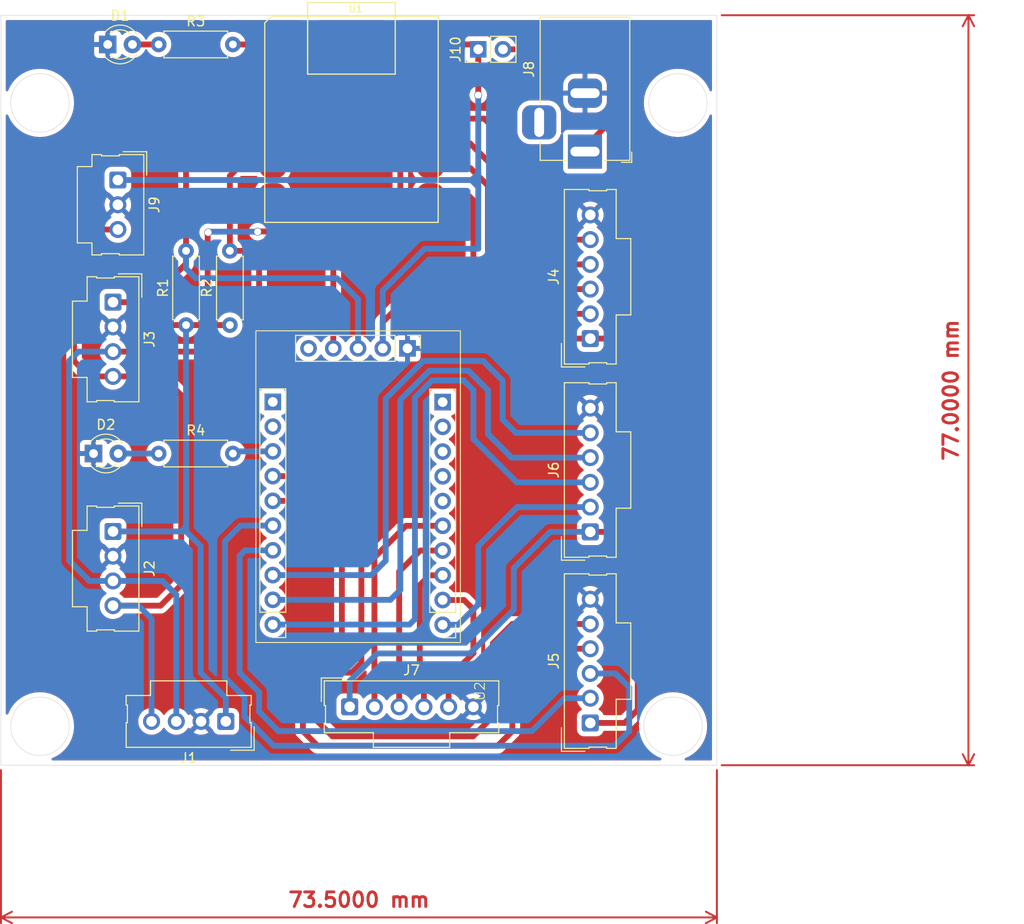
<source format=kicad_pcb>
(kicad_pcb (version 20240108) (generator "pcbnew") (generator_version "8.0")
  (layers (0 "F.Cu" signal) (31 "B.Cu" signal) (34 "B.Paste" user) (35 "F.Paste" user) (36 "B.SilkS" user "B.Silkscreen") (37 "F.SilkS" user "F.Silkscreen") (38 "B.Mask" user) (39 "F.Mask" user) (44 "Edge.Cuts" user))
  (net 0 "")
  (net 1 "Net-(D1-A)")
  (net 2 "GNDREF")
  (net 3 "Net-(D2-A)")
  (net 4 "I2C_SCL")
  (net 5 "I2C_SDA")
  (net 6 "+3V3")
  (net 7 "RELAY_1_IN4")
  (net 8 "RELAY_1_IN2")
  (net 9 "RELAY_1_IN1")
  (net 10 "RELAY_1_IN3")
  (net 11 "+5V")
  (net 12 "RELAY_2_IN1")
  (net 13 "RELAY_2_IN4")
  (net 14 "RELAY_2_IN3")
  (net 15 "RELAY_2_IN2")
  (net 16 "RELAY_3_IN1")
  (net 17 "RELAY_3_IN2")
  (net 18 "RELAY_3_IN4")
  (net 19 "RELAY_3_IN3")
  (net 20 "RELAY_4_IN1")
  (net 21 "RELAY_4_IN2")
  (net 22 "RELAY_4_IN3")
  (net 23 "RELAY_4_IN4")
  (net 24 "HUMIDIFIER_RELAY")
  (net 25 "DEBUG_LED")
  (net 26 "PCF_DEBUG_LED")
  (net 38 "Net-(J10-Pin_2)")
  (footprint "Connector_Molex:Molex_SL_171971-0004_1x04_P2.54mm_Vertical" (layer "F.Cu") (at 125.5 73 -90)
    (property "Reference" "J2" (at 3.81 -3.75 90) (layer "F.SilkS"))
    (property "Value" "I2C Conn 2")
    (pad "1" thru_hole roundrect (at 0 0 270) (size 1.74 1.74) (drill 1.09) (layers "*.Cu" "*.Mask") (roundrect_rratio 0.143678) (net 6 "+3V3"))
    (pad "2" thru_hole circle (at 2.54 0 270) (size 1.74 1.74) (drill 1.09) (layers "*.Cu" "*.Mask") (net 2 "GNDREF"))
    (pad "3" thru_hole circle (at 5.08 0 270) (size 1.74 1.74) (drill 1.09) (layers "*.Cu" "*.Mask") (net 4 "I2C_SCL"))
    (pad "4" thru_hole circle (at 7.62 0 270) (size 1.74 1.74) (drill 1.09) (layers "*.Cu" "*.Mask") (net 5 "I2C_SDA"))
  )
  (footprint "BSF-Lib:MOUDLE14P-SMD-2.54-21X17.8MM" (layer "F.Cu") (at 141.0825 41.11925)
    (property "Reference" "U1" (at 9.3345 -21.7805 0) (layer "F.SilkS") (effects (font (size 0.7 0.7))))
    (property "Value" "MOUDLE-SEEEDUINO-XIAO-ESP32S3")
    (pad "1" smd roundrect (at 0.835 -18.12) (size 2.75 2) (layers "F.Cu" "F.Paste" "F.Mask") (roundrect_rratio 0.5) (net 25 "DEBUG_LED"))
    (pad "2" smd roundrect (at 0.835 -15.58) (size 2.75 2) (layers "F.Cu" "F.Paste" "F.Mask") (roundrect_rratio 0.5) (net 24 "HUMIDIFIER_RELAY"))
    (pad "3" smd roundrect (at 0.835 -13.04) (size 2.75 2) (layers "F.Cu" "F.Paste" "F.Mask") (roundrect_rratio 0.5))
    (pad "4" smd roundrect (at 0.835 -10.5) (size 2.75 2) (layers "F.Cu" "F.Paste" "F.Mask") (roundrect_rratio 0.5))
    (pad "5" smd roundrect (at 0.835 -7.96) (size 2.75 2) (layers "F.Cu" "F.Paste" "F.Mask") (roundrect_rratio 0.5) (net 5 "I2C_SDA"))
    (pad "6" smd roundrect (at 0.835 -5.42) (size 2.75 2) (layers "F.Cu" "F.Paste" "F.Mask") (roundrect_rratio 0.5) (net 4 "I2C_SCL"))
    (pad "7" smd roundrect (at 0.835 -2.88) (size 2.75 2) (layers "F.Cu" "F.Paste" "F.Mask") (roundrect_rratio 0.5))
    (pad "8" smd roundrect (at 17 -2.88) (size 2.75 2) (layers "F.Cu" "F.Paste" "F.Mask") (roundrect_rratio 0.5) (net 7 "RELAY_1_IN4"))
    (pad "9" smd roundrect (at 17 -5.42) (size 2.75 2) (layers "F.Cu" "F.Paste" "F.Mask") (roundrect_rratio 0.5) (net 10 "RELAY_1_IN3"))
    (pad "10" smd roundrect (at 17 -7.96) (size 2.75 2) (layers "F.Cu" "F.Paste" "F.Mask") (roundrect_rratio 0.5) (net 8 "RELAY_1_IN2"))
    (pad "11" smd roundrect (at 17 -10.5) (size 2.75 2) (layers "F.Cu" "F.Paste" "F.Mask") (roundrect_rratio 0.5) (net 9 "RELAY_1_IN1"))
    (pad "12" smd roundrect (at 17 -13.04) (size 2.75 2) (layers "F.Cu" "F.Paste" "F.Mask") (roundrect_rratio 0.5) (net 6 "+3V3"))
    (pad "13" smd roundrect (at 17 -15.58) (size 2.75 2) (layers "F.Cu" "F.Paste" "F.Mask") (roundrect_rratio 0.5) (net 2 "GNDREF"))
    (pad "14" smd roundrect (at 17 -18.12) (size 2.75 2) (layers "F.Cu" "F.Paste" "F.Mask") (roundrect_rratio 0.5) (net 11 "+5V"))
    (zone (net 0) (net_name "") (layer "F.Cu") (connect_pads (clearance 0)) (min_thickness 0.01)
      (keepout (tracks not_allowed) (vias not_allowed) (pads not_allowed) (copperpour not_allowed) (footprints allowed))
      (fill (thermal_gap 0.508) (thermal_bridge_width 0.508))
      (polygon (pts (xy 144.067 27.58275) (xy 146.988 27.58275) (xy 146.988 31.48775) (xy 144.067 31.48775)))
    )
    (zone (net 0) (net_name "") (layer "F.Cu") (connect_pads (clearance 0)) (min_thickness 0.01)
      (keepout (tracks not_allowed) (vias not_allowed) (pads not_allowed) (copperpour not_allowed) (footprints allowed))
      (fill (thermal_gap 0.508) (thermal_bridge_width 0.508))
      (polygon (pts (xy 144.7655 20.03725) (xy 146.5435 20.03725) (xy 146.5435 22.70425) (xy 144.7655 22.70425)))
    )
    (zone (net 0) (net_name "") (layer "F.Cu") (connect_pads (clearance 0)) (min_thickness 0.01)
      (keepout (tracks not_allowed) (vias not_allowed) (pads not_allowed) (copperpour not_allowed) (footprints allowed))
      (fill (thermal_gap 0.508) (thermal_bridge_width 0.508))
      (polygon (pts (xy 144.7655 24.10125) (xy 146.5435 24.10125) (xy 146.5435 26.76825) (xy 144.7655 26.76825)))
    )
    (zone (net 0) (net_name "") (layer "F.Cu") (connect_pads (clearance 0)) (min_thickness 0.01)
      (keepout (tracks not_allowed) (vias not_allowed) (pads not_allowed) (copperpour not_allowed) (footprints allowed))
      (fill (thermal_gap 0.508) (thermal_bridge_width 0.508))
      (polygon (pts (xy 147.4325 20.79925) (xy 152.6395 20.79925) (xy 152.6395 30.95725) (xy 147.4325 30.95725)))
    )
    (zone (net 0) (net_name "") (layer "F.Cu") (connect_pads (clearance 0)) (min_thickness 0.01)
      (keepout (tracks not_allowed) (vias not_allowed) (pads not_allowed) (copperpour not_allowed) (footprints allowed))
      (fill (thermal_gap 0.508) (thermal_bridge_width 0.508))
      (polygon (pts (xy 149.0745 30.95925) (xy 153.1385 30.95925) (xy 153.1385 34.56925) (xy 149.0745 34.56925)))
    )
    (zone (net 0) (net_name "") (layer "F.Cu") (connect_pads (clearance 0)) (min_thickness 0.01)
      (keepout (tracks not_allowed) (vias not_allowed) (pads not_allowed) (copperpour not_allowed) (footprints allowed))
      (fill (thermal_gap 0.508) (thermal_bridge_width 0.508))
      (polygon (pts (xy 149.0745 30.95925) (xy 153.1385 30.95925) (xy 153.1385 34.56925) (xy 149.0745 34.56925)))
    )
    (zone (net 0) (net_name "") (layer "F.Cu") (connect_pads (clearance 0)) (min_thickness 0.01)
      (keepout (tracks not_allowed) (vias not_allowed) (pads not_allowed) (copperpour not_allowed) (footprints allowed))
      (fill (thermal_gap 0.508) (thermal_bridge_width 0.508))
      (polygon (pts (xy 153.4015 20.03725) (xy 155.1795 20.03725) (xy 155.1795 22.70425) (xy 153.4015 22.70425)))
    )
    (zone (net 0) (net_name "") (layer "F.Cu") (connect_pads (clearance 0)) (min_thickness 0.01)
      (keepout (tracks not_allowed) (vias not_allowed) (pads not_allowed) (copperpour not_allowed) (footprints allowed))
      (fill (thermal_gap 0.508) (thermal_bridge_width 0.508))
      (polygon (pts (xy 153.4015 24.10125) (xy 155.1795 24.10125) (xy 155.1795 26.76825) (xy 153.4015 26.76825)))
    )
  )
  (footprint "BSF-Lib:PCF8575_Module_ADA" (layer "F.Cu") (at 163.6675 89.4 90)
    (property "Reference" "U2" (at 0 -0.5 90) (layer "F.SilkS") (effects (font (thickness 0.1))))
    (property "Value" "~")
    (pad "1" thru_hole rect (at 29.7 -21.76 180) (size 1.7 1.7) (drill 1) (layers "*.Cu" "*.Mask"))
    (pad "2" thru_hole oval (at 27.16 -21.76 180) (size 1.7 1.7) (drill 1) (layers "*.Cu" "*.Mask"))
    (pad "3" thru_hole oval (at 24.62 -21.76 180) (size 1.7 1.7) (drill 1) (layers "*.Cu" "*.Mask") (net 26 "PCF_DEBUG_LED"))
    (pad "4" thru_hole oval (at 22.08 -21.76 180) (size 1.7 1.7) (drill 1) (layers "*.Cu" "*.Mask") (net 12 "RELAY_2_IN1"))
    (pad "5" thru_hole oval (at 19.54 -21.76 180) (size 1.7 1.7) (drill 1) (layers "*.Cu" "*.Mask") (net 15 "RELAY_2_IN2"))
    (pad "6" thru_hole oval (at 17 -21.76 180) (size 1.7 1.7) (drill 1) (layers "*.Cu" "*.Mask") (net 14 "RELAY_2_IN3"))
    (pad "7" thru_hole oval (at 14.46 -21.76 180) (size 1.7 1.7) (drill 1) (layers "*.Cu" "*.Mask") (net 13 "RELAY_2_IN4"))
    (pad "8" thru_hole oval (at 11.92 -21.76 180) (size 1.7 1.7) (drill 1) (layers "*.Cu" "*.Mask") (net 16 "RELAY_3_IN1"))
    (pad "9" thru_hole oval (at 9.38 -21.76 180) (size 1.7 1.7) (drill 1) (layers "*.Cu" "*.Mask") (net 17 "RELAY_3_IN2"))
    (pad "10" thru_hole circle (at 6.84 -21.76 180) (size 1.7 1.7) (drill 1) (layers "*.Cu" "*.Mask") (net 19 "RELAY_3_IN3"))
    (pad "11" thru_hole circle (at 6.82 -4.32 180) (size 1.7 1.7) (drill 1) (layers "*.Cu" "*.Mask") (net 18 "RELAY_3_IN4"))
    (pad "12" thru_hole oval (at 9.36 -4.32 180) (size 1.7 1.7) (drill 1) (layers "*.Cu" "*.Mask") (net 20 "RELAY_4_IN1"))
    (pad "13" thru_hole oval (at 11.9 -4.32 180) (size 1.7 1.7) (drill 1) (layers "*.Cu" "*.Mask") (net 21 "RELAY_4_IN2"))
    (pad "14" thru_hole oval (at 14.44 -4.32 180) (size 1.7 1.7) (drill 1) (layers "*.Cu" "*.Mask") (net 22 "RELAY_4_IN3"))
    (pad "15" thru_hole oval (at 16.98 -4.32 180) (size 1.7 1.7) (drill 1) (layers "*.Cu" "*.Mask") (net 23 "RELAY_4_IN4"))
    (pad "16" thru_hole oval (at 19.52 -4.32 180) (size 1.7 1.7) (drill 1) (layers "*.Cu" "*.Mask"))
    (pad "17" thru_hole oval (at 22.06 -4.32 180) (size 1.7 1.7) (drill 1) (layers "*.Cu" "*.Mask"))
    (pad "18" thru_hole oval (at 24.6 -4.32 180) (size 1.7 1.7) (drill 1) (layers "*.Cu" "*.Mask"))
    (pad "19" thru_hole oval (at 27.14 -4.32 180) (size 1.7 1.7) (drill 1) (layers "*.Cu" "*.Mask"))
    (pad "20" thru_hole rect (at 29.68 -4.32 180) (size 1.7 1.7) (drill 1) (layers "*.Cu" "*.Mask"))
    (pad "21" thru_hole rect (at 35.2 -7.93 270) (size 1.7 1.7) (drill 1) (layers "*.Cu" "*.Mask") (net 2 "GNDREF"))
    (pad "22" thru_hole oval (at 35.2 -10.47 270) (size 1.7 1.7) (drill 1) (layers "*.Cu" "*.Mask") (net 11 "+5V"))
    (pad "23" thru_hole oval (at 35.2 -13.01 270) (size 1.7 1.7) (drill 1) (layers "*.Cu" "*.Mask") (net 5 "I2C_SDA"))
    (pad "24" thru_hole oval (at 35.2 -15.55 270) (size 1.7 1.7) (drill 1) (layers "*.Cu" "*.Mask") (net 4 "I2C_SCL"))
    (pad "25" thru_hole oval (at 35.2 -18.09 270) (size 1.7 1.7) (drill 1) (layers "*.Cu" "*.Mask"))
  )
  (footprint "Connector_Molex:Molex_SL_171971-0006_1x06_P2.54mm_Vertical" (layer "F.Cu") (at 174.5 92.66 90)
    (property "Reference" "J5" (at 6.35 -3.75 90) (layer "F.SilkS"))
    (property "Value" "Relay 2")
    (pad "1" thru_hole roundrect (at 0 0 90) (size 1.74 1.74) (drill 1.09) (layers "*.Cu" "*.Mask") (roundrect_rratio 0.143678) (net 11 "+5V"))
    (pad "2" thru_hole circle (at 2.54 0 90) (size 1.74 1.74) (drill 1.09) (layers "*.Cu" "*.Mask") (net 13 "RELAY_2_IN4"))
    (pad "3" thru_hole circle (at 5.08 0 90) (size 1.74 1.74) (drill 1.09) (layers "*.Cu" "*.Mask") (net 14 "RELAY_2_IN3"))
    (pad "4" thru_hole circle (at 7.62 0 90) (size 1.74 1.74) (drill 1.09) (layers "*.Cu" "*.Mask") (net 15 "RELAY_2_IN2"))
    (pad "5" thru_hole circle (at 10.16 0 90) (size 1.74 1.74) (drill 1.09) (layers "*.Cu" "*.Mask") (net 12 "RELAY_2_IN1"))
    (pad "6" thru_hole circle (at 12.7 0 90) (size 1.74 1.74) (drill 1.09) (layers "*.Cu" "*.Mask") (net 2 "GNDREF"))
  )
  (footprint "LED_THT:LED_D3.0mm" (layer "F.Cu") (at 123.5 65)
    (property "Reference" "D2" (at 1.27 -2.96 0) (layer "F.SilkS"))
    (property "Value" "LED")
    (pad "1" thru_hole rect (at 0 0) (size 1.8 1.8) (drill 0.9) (layers "*.Cu" "*.Mask") (net 2 "GNDREF"))
    (pad "2" thru_hole circle (at 2.54 0) (size 1.8 1.8) (drill 0.9) (layers "*.Cu" "*.Mask") (net 3 "Net-(D2-A)"))
  )
  (footprint "Connector_Molex:Molex_SL_171971-0006_1x06_P2.54mm_Vertical" (layer "F.Cu") (at 174.5 53.2 90)
    (property "Reference" "J4" (at 6.35 -3.75 90) (layer "F.SilkS"))
    (property "Value" "Relay 1")
    (pad "1" thru_hole roundrect (at 0 0 90) (size 1.74 1.74) (drill 1.09) (layers "*.Cu" "*.Mask") (roundrect_rratio 0.143678) (net 11 "+5V"))
    (pad "2" thru_hole circle (at 2.54 0 90) (size 1.74 1.74) (drill 1.09) (layers "*.Cu" "*.Mask") (net 7 "RELAY_1_IN4"))
    (pad "3" thru_hole circle (at 5.08 0 90) (size 1.74 1.74) (drill 1.09) (layers "*.Cu" "*.Mask") (net 10 "RELAY_1_IN3"))
    (pad "4" thru_hole circle (at 7.62 0 90) (size 1.74 1.74) (drill 1.09) (layers "*.Cu" "*.Mask") (net 8 "RELAY_1_IN2"))
    (pad "5" thru_hole circle (at 10.16 0 90) (size 1.74 1.74) (drill 1.09) (layers "*.Cu" "*.Mask") (net 9 "RELAY_1_IN1"))
    (pad "6" thru_hole circle (at 12.7 0 90) (size 1.74 1.74) (drill 1.09) (layers "*.Cu" "*.Mask") (net 2 "GNDREF"))
  )
  (footprint "Connector_Molex:Molex_SL_171971-0004_1x04_P2.54mm_Vertical" (layer "F.Cu") (at 137.08 92.5 180)
    (property "Reference" "J1" (at 3.81 -3.75 360) (layer "F.SilkS"))
    (property "Value" "I2C Conn 1")
    (pad "1" thru_hole roundrect (at 0 0 180) (size 1.74 1.74) (drill 1.09) (layers "*.Cu" "*.Mask") (roundrect_rratio 0.143678) (net 6 "+3V3"))
    (pad "2" thru_hole circle (at 2.54 0 180) (size 1.74 1.74) (drill 1.09) (layers "*.Cu" "*.Mask") (net 2 "GNDREF"))
    (pad "3" thru_hole circle (at 5.08 0 180) (size 1.74 1.74) (drill 1.09) (layers "*.Cu" "*.Mask") (net 4 "I2C_SCL"))
    (pad "4" thru_hole circle (at 7.62 0 180) (size 1.74 1.74) (drill 1.09) (layers "*.Cu" "*.Mask") (net 5 "I2C_SDA"))
  )
  (footprint "Connector_PinHeader_2.54mm:PinHeader_1x02_P2.54mm_Vertical" (layer "F.Cu") (at 163 23.5 90)
    (property "Reference" "J10" (at 0 -2.33 90) (layer "F.SilkS"))
    (property "Value" "Switch")
    (pad "1" thru_hole rect (at 0 0 90) (size 1.7 1.7) (drill 1) (layers "*.Cu" "*.Mask") (net 11 "+5V"))
    (pad "2" thru_hole oval (at 0 2.54 90) (size 1.7 1.7) (drill 1) (layers "*.Cu" "*.Mask") (net 38 "Net-(J10-Pin_2)"))
  )
  (footprint "Connector_Molex:Molex_SL_171971-0004_1x04_P2.54mm_Vertical" (layer "F.Cu") (at 125.5 49.46 -90)
    (property "Reference" "J3" (at 3.81 -3.75 90) (layer "F.SilkS"))
    (property "Value" "I2C Conn 3")
    (pad "1" thru_hole roundrect (at 0 0 270) (size 1.74 1.74) (drill 1.09) (layers "*.Cu" "*.Mask") (roundrect_rratio 0.143678) (net 6 "+3V3"))
    (pad "2" thru_hole circle (at 2.54 0 270) (size 1.74 1.74) (drill 1.09) (layers "*.Cu" "*.Mask") (net 2 "GNDREF"))
    (pad "3" thru_hole circle (at 5.08 0 270) (size 1.74 1.74) (drill 1.09) (layers "*.Cu" "*.Mask") (net 4 "I2C_SCL"))
    (pad "4" thru_hole circle (at 7.62 0 270) (size 1.74 1.74) (drill 1.09) (layers "*.Cu" "*.Mask") (net 5 "I2C_SDA"))
  )
  (footprint "Resistor_THT:R_Axial_DIN0207_L6.3mm_D2.5mm_P7.62mm_Horizontal" (layer "F.Cu") (at 133 51.81 90)
    (property "Reference" "R1" (at 3.81 -2.37 90) (layer "F.SilkS"))
    (property "Value" "4.7K")
    (pad "1" thru_hole circle (at 0 0 90) (size 1.6 1.6) (drill 0.8) (layers "*.Cu" "*.Mask") (net 6 "+3V3"))
    (pad "2" thru_hole oval (at 7.62 0 90) (size 1.6 1.6) (drill 0.8) (layers "*.Cu" "*.Mask") (net 5 "I2C_SDA"))
  )
  (footprint "Connector_Molex:Molex_SL_171971-0006_1x06_P2.54mm_Vertical" (layer "F.Cu") (at 174.5 73.04 90)
    (property "Reference" "J6" (at 6.35 -3.75 90) (layer "F.SilkS"))
    (property "Value" "Relay 3")
    (pad "1" thru_hole roundrect (at 0 0 90) (size 1.74 1.74) (drill 1.09) (layers "*.Cu" "*.Mask") (roundrect_rratio 0.143678) (net 11 "+5V"))
    (pad "2" thru_hole circle (at 2.54 0 90) (size 1.74 1.74) (drill 1.09) (layers "*.Cu" "*.Mask") (net 18 "RELAY_3_IN4"))
    (pad "3" thru_hole circle (at 5.08 0 90) (size 1.74 1.74) (drill 1.09) (layers "*.Cu" "*.Mask") (net 19 "RELAY_3_IN3"))
    (pad "4" thru_hole circle (at 7.62 0 90) (size 1.74 1.74) (drill 1.09) (layers "*.Cu" "*.Mask") (net 17 "RELAY_3_IN2"))
    (pad "5" thru_hole circle (at 10.16 0 90) (size 1.74 1.74) (drill 1.09) (layers "*.Cu" "*.Mask") (net 16 "RELAY_3_IN1"))
    (pad "6" thru_hole circle (at 12.7 0 90) (size 1.74 1.74) (drill 1.09) (layers "*.Cu" "*.Mask") (net 2 "GNDREF"))
  )
  (footprint "Resistor_THT:R_Axial_DIN0207_L6.3mm_D2.5mm_P7.62mm_Horizontal" (layer "F.Cu") (at 130.19 65)
    (property "Reference" "R4" (at 3.81 -2.37 0) (layer "F.SilkS"))
    (property "Value" "4.7K")
    (pad "1" thru_hole circle (at 0 0) (size 1.6 1.6) (drill 0.8) (layers "*.Cu" "*.Mask") (net 3 "Net-(D2-A)"))
    (pad "2" thru_hole oval (at 7.62 0) (size 1.6 1.6) (drill 0.8) (layers "*.Cu" "*.Mask") (net 26 "PCF_DEBUG_LED"))
  )
  (footprint "Connector_Molex:Molex_SL_171971-0003_1x03_P2.54mm_Vertical" (layer "F.Cu") (at 126 36.92 -90)
    (property "Reference" "J9" (at 2.54 -3.75 90) (layer "F.SilkS"))
    (property "Value" "Humidifire Control")
    (pad "1" thru_hole roundrect (at 0 0 270) (size 1.74 1.74) (drill 1.09) (layers "*.Cu" "*.Mask") (roundrect_rratio 0.143678) (net 11 "+5V"))
    (pad "2" thru_hole circle (at 2.54 0 270) (size 1.74 1.74) (drill 1.09) (layers "*.Cu" "*.Mask") (net 2 "GNDREF"))
    (pad "3" thru_hole circle (at 5.08 0 270) (size 1.74 1.74) (drill 1.09) (layers "*.Cu" "*.Mask") (net 24 "HUMIDIFIER_RELAY"))
  )
  (footprint "Resistor_THT:R_Axial_DIN0207_L6.3mm_D2.5mm_P7.62mm_Horizontal" (layer "F.Cu") (at 137.5 51.81 90)
    (property "Reference" "R2" (at 3.81 -2.37 90) (layer "F.SilkS"))
    (property "Value" "4.7K")
    (pad "1" thru_hole circle (at 0 0 90) (size 1.6 1.6) (drill 0.8) (layers "*.Cu" "*.Mask") (net 6 "+3V3"))
    (pad "2" thru_hole oval (at 7.62 0 90) (size 1.6 1.6) (drill 0.8) (layers "*.Cu" "*.Mask") (net 4 "I2C_SCL"))
  )
  (footprint "LED_THT:LED_D3.0mm" (layer "F.Cu") (at 124.96 23)
    (property "Reference" "D1" (at 1.27 -2.96 0) (layer "F.SilkS"))
    (property "Value" "LED")
    (pad "1" thru_hole rect (at 0 0) (size 1.8 1.8) (drill 0.9) (layers "*.Cu" "*.Mask") (net 2 "GNDREF"))
    (pad "2" thru_hole circle (at 2.54 0) (size 1.8 1.8) (drill 0.9) (layers "*.Cu" "*.Mask") (net 1 "Net-(D1-A)"))
  )
  (footprint "Resistor_THT:R_Axial_DIN0207_L6.3mm_D2.5mm_P7.62mm_Horizontal" (layer "F.Cu") (at 130.19 23)
    (property "Reference" "R3" (at 3.81 -2.37 0) (layer "F.SilkS"))
    (property "Value" "4.7K")
    (pad "1" thru_hole circle (at 0 0) (size 1.6 1.6) (drill 0.8) (layers "*.Cu" "*.Mask") (net 1 "Net-(D1-A)"))
    (pad "2" thru_hole oval (at 7.62 0) (size 1.6 1.6) (drill 0.8) (layers "*.Cu" "*.Mask") (net 25 "DEBUG_LED"))
  )
  (footprint "Connector_Molex:Molex_SL_171971-0006_1x06_P2.54mm_Vertical" (layer "F.Cu") (at 149.8 91)
    (property "Reference" "J7" (at 6.35 -3.75 360) (layer "F.SilkS"))
    (property "Value" "Relay 4")
    (pad "1" thru_hole roundrect (at 0 0) (size 1.74 1.74) (drill 1.09) (layers "*.Cu" "*.Mask") (roundrect_rratio 0.143678) (net 11 "+5V"))
    (pad "2" thru_hole circle (at 2.54 0) (size 1.74 1.74) (drill 1.09) (layers "*.Cu" "*.Mask") (net 23 "RELAY_4_IN4"))
    (pad "3" thru_hole circle (at 5.08 0) (size 1.74 1.74) (drill 1.09) (layers "*.Cu" "*.Mask") (net 22 "RELAY_4_IN3"))
    (pad "4" thru_hole circle (at 7.62 0) (size 1.74 1.74) (drill 1.09) (layers "*.Cu" "*.Mask") (net 21 "RELAY_4_IN2"))
    (pad "5" thru_hole circle (at 10.16 0) (size 1.74 1.74) (drill 1.09) (layers "*.Cu" "*.Mask") (net 20 "RELAY_4_IN1"))
    (pad "6" thru_hole circle (at 12.7 0) (size 1.74 1.74) (drill 1.09) (layers "*.Cu" "*.Mask") (net 2 "GNDREF"))
  )
  (footprint "Connector_BarrelJack:BarrelJack_Horizontal" (layer "F.Cu") (at 173.9575 34 -90)
    (property "Reference" "J8" (at -8.45 5.75 90) (layer "F.SilkS"))
    (property "Value" "Barrel_Jack_MountingPin")
    (pad "1" thru_hole rect (at 0 0 270) (size 3.5 3.5) (drill oval 1 3) (layers "*.Cu" "*.Mask") (net 38 "Net-(J10-Pin_2)"))
    (pad "2" thru_hole roundrect (at -6 0 270) (size 3 3.5) (drill oval 1 3) (layers "*.Cu" "*.Mask") (net 2 "GNDREF"))
    (pad "3" thru_hole roundrect (at -3 4.7 270) (size 3.5 3.5) (drill oval 3 1) (layers "*.Cu" "*.Mask"))
  )
  (gr_circle (center 183 93) (end 186 93) (stroke (width 0.05)) (fill none) (layer "Edge.Cuts"))
  (gr_circle (center 183.5 29) (end 186.5 29) (stroke (width 0.05)) (fill none) (layer "Edge.Cuts"))
  (gr_rect (start 114 20) (end 187.5 97) (stroke (width 0.05)) (fill none) (layer "Edge.Cuts"))
  (gr_circle (center 118 29) (end 121 29) (stroke (width 0.05)) (fill none) (layer "Edge.Cuts"))
  (gr_circle (center 118 93) (end 121 93) (stroke (width 0.05)) (fill none) (layer "Edge.Cuts"))
  (dimension (type aligned) (layer "F.Cu") (pts (xy 187.5 20) (xy 187.5 97)) (height -25.825) (gr_text "77.0000 mm" (at 211.525 58.5 90) (layer "F.Cu") (effects (font (size 1.5 1.5) (thickness 0.3)))) (format (prefix "") (suffix "") (units 3) (units_format 1) (precision 4)) (style (thickness 0.2) (arrow_length 1.27) (text_position_mode 0) (extension_height 0.58642) (extension_offset 0.5) keep_text_aligned))
  (dimension (type aligned) (layer "F.Cu") (pts (xy 187.5 97) (xy 114 97)) (height -15.625) (gr_text "73.5000 mm" (at 150.75 110.825 0) (layer "F.Cu") (effects (font (size 1.5 1.5) (thickness 0.3)))) (format (prefix "") (suffix "") (units 3) (units_format 1) (precision 4)) (style (thickness 0.2) (arrow_length 1.27) (text_position_mode 0) (extension_height 0.58642) (extension_offset 0.5) keep_text_aligned))
  (segment (start 130.19 23) (end 127.5 23) (width 0.6) (layer "F.Cu") (net 1))
  (segment (start 130.19 65) (end 126.04 65) (width 0.6) (layer "B.Cu") (net 3))
  (segment (start 147.69 44.19) (end 141 44.19) (width 0.6) (layer "F.Cu") (net 4))
  (segment (start 139.19 44.19) (end 137.5 44.19) (width 0.6) (layer "F.Cu") (net 4))
  (segment (start 140 44.19) (end 139.19 44.19) (width 0.6) (layer "F.Cu") (net 4))
  (segment (start 140.5 53.5) (end 140.5 45.5) (width 0.6) (layer "F.Cu") (net 4))
  (segment (start 137.5 44.19) (end 137.5 36.5) (width 0.6) (layer "F.Cu") (net 4))
  (segment (start 140.5 44.69) (end 140 44.19) (width 0.6) (layer "F.Cu") (net 4))
  (segment (start 125.5 54.54) (end 139.46 54.54) (width 0.6) (layer "F.Cu") (net 4))
  (segment (start 148.1175 54.2) (end 148.1175 44.6175) (width 0.6) (layer "F.Cu") (net 4))
  (segment (start 139.46 54.54) (end 140.5 53.5) (width 0.6) (layer "F.Cu") (net 4))
  (segment (start 141.9175 35.69925) (end 138.30075 35.69925) (width 0.6) (layer "F.Cu") (net 4))
  (segment (start 138.30075 35.69925) (end 137.5 36.5) (width 0.6) (layer "F.Cu") (net 4))
  (segment (start 148.1175 44.6175) (end 147.69 44.19) (width 0.6) (layer "F.Cu") (net 4))
  (segment (start 140.5 45.5) (end 140.5 44.69) (width 0.6) (layer "F.Cu") (net 4))
  (segment (start 141 44.19) (end 140 44.19) (width 0.6) (layer "F.Cu") (net 4))
  (segment (start 140.5 44.69) (end 141 44.19) (width 0.6) (layer "F.Cu") (net 4))
  (segment (start 125.5 54.54) (end 121.96 54.54) (width 0.6) (layer "B.Cu") (net 4))
  (segment (start 130.58 78.08) (end 132 79.5) (width 0.6) (layer "B.Cu") (net 4))
  (segment (start 121 55.5) (end 121 76) (width 0.6) (layer "B.Cu") (net 4))
  (segment (start 121 76) (end 123.08 78.08) (width 0.6) (layer "B.Cu") (net 4))
  (segment (start 123.08 78.08) (end 125.5 78.08) (width 0.6) (layer "B.Cu") (net 4))
  (segment (start 125.5 78.08) (end 130.58 78.08) (width 0.6) (layer "B.Cu") (net 4))
  (segment (start 121.96 54.54) (end 121 55.5) (width 0.6) (layer "B.Cu") (net 4))
  (segment (start 132 79.5) (end 132 92.5) (width 0.6) (layer "B.Cu") (net 4))
  (segment (start 121.5 55.5) (end 123.08 57.08) (width 0.6) (layer "F.Cu") (net 5))
  (segment (start 132 46.5) (end 124 46.5) (width 0.6) (layer "F.Cu") (net 5))
  (segment (start 124 46.5) (end 121.5 49) (width 0.6) (layer "F.Cu") (net 5))
  (segment (start 130.58 57.08) (end 125.5 57.08) (width 0.6) (layer "F.Cu") (net 5))
  (segment (start 133 35) (end 133 44.19) (width 0.6) (layer "F.Cu") (net 5))
  (segment (start 133 45.5) (end 132 46.5) (width 0.6) (layer "F.Cu") (net 5))
  (segment (start 123.08 57.08) (end 125.5 57.08) (width 0.6) (layer "F.Cu") (net 5))
  (segment (start 130.38 80.62) (end 132.5 78.5) (width 0.6) (layer "F.Cu") (net 5))
  (segment (start 133 44.19) (end 133 45.5) (width 0.6) (layer "F.Cu") (net 5))
  (segment (start 121.5 49) (end 121.5 55.5) (width 0.6) (layer "F.Cu") (net 5))
  (segment (start 125.5 80.62) (end 130.38 80.62) (width 0.6) (layer "F.Cu") (net 5))
  (segment (start 141.9175 33.15925) (end 134.84075 33.15925) (width 0.6) (layer "F.Cu") (net 5))
  (segment (start 132.5 78.5) (end 132.5 59) (width 0.6) (layer "F.Cu") (net 5))
  (segment (start 134.84075 33.15925) (end 133 35) (width 0.6) (layer "F.Cu") (net 5))
  (segment (start 132.5 59) (end 130.58 57.08) (width 0.6) (layer "F.Cu") (net 5))
  (segment (start 150.6575 49.1575) (end 148.5 47) (width 0.6) (layer "B.Cu") (net 5))
  (segment (start 133 46) (end 133 44.19) (width 0.6) (layer "B.Cu") (net 5))
  (segment (start 129.46 81.96) (end 129.46 92.5) (width 0.6) (layer "B.Cu") (net 5))
  (segment (start 128.12 80.62) (end 129.46 81.96) (width 0.6) (layer "B.Cu") (net 5))
  (segment (start 150.6575 54.2) (end 150.6575 49.1575) (width 0.6) (layer "B.Cu") (net 5))
  (segment (start 125.5 80.62) (end 128.12 80.62) (width 0.6) (layer "B.Cu") (net 5))
  (segment (start 148.5 47) (end 134 47) (width 0.6) (layer "B.Cu") (net 5))
  (segment (start 134 47) (end 133 46) (width 0.6) (layer "B.Cu") (net 5))
  (segment (start 135.325 51.81) (end 137.5 51.81) (width 0.6) (layer "F.Cu") (net 6))
  (segment (start 133 51.81) (end 135.325 51.81) (width 0.6) (layer "F.Cu") (net 6))
  (segment (start 156.42075 28.07925) (end 158.0825 28.07925) (width 0.6) (layer "F.Cu") (net 6))
  (segment (start 135.275 42.3) (end 135.225 42.35) (width 0.6) (layer "F.Cu") (net 6))
  (segment (start 131.31 51.81) (end 133 51.81) (width 0.6) (layer "F.Cu") (net 6))
  (segment (start 125.5 49.46) (end 128.96 49.46) (width 0.6) (layer "F.Cu") (net 6))
  (segment (start 153.8 42.2) (end 155 41) (width 0.6) (layer "F.Cu") (net 6))
  (segment (start 135.225 42.35) (end 135.225 51.71) (width 0.6) (layer "F.Cu") (net 6))
  (segment (start 155 41) (end 155 29.5) (width 0.6) (layer "F.Cu") (net 6))
  (segment (start 128.96 49.46) (end 131.31 51.81) (width 0.6) (layer "F.Cu") (net 6))
  (segment (start 140.375 42.2) (end 153.8 42.2) (width 0.6) (layer "F.Cu") (net 6))
  (segment (start 155 29.5) (end 156.42075 28.07925) (width 0.6) (layer "F.Cu") (net 6))
  (segment (start 140.35 42.225) (end 140.375 42.2) (width 0.6) (layer "F.Cu") (net 6))
  (segment (start 135.225 51.71) (end 135.325 51.81) (width 0.6) (layer "F.Cu") (net 6))
  (via (at 135.275 42.3) (size 0.8) (drill 0.7) (layers "F.Cu" "B.Cu") (net 6))
  (via (at 140.35 42.225) (size 0.8) (drill 0.7) (layers "F.Cu" "B.Cu") (net 6))
  (segment (start 135.35 42.225) (end 140.35 42.225) (width 0.6) (layer "B.Cu") (net 6))
  (segment (start 125.5 73) (end 132.5 73) (width 0.6) (layer "B.Cu") (net 6))
  (segment (start 137.08 90.08) (end 137.08 92.5) (width 0.6) (layer "B.Cu") (net 6))
  (segment (start 134.5 74.5) (end 134.5 87.5) (width 0.6) (layer "B.Cu") (net 6))
  (segment (start 134.5 87.5) (end 137.08 90.08) (width 0.6) (layer "B.Cu") (net 6))
  (segment (start 133 72.5) (end 133 73) (width 0.6) (layer "B.Cu") (net 6))
  (segment (start 133 73) (end 134.5 74.5) (width 0.6) (layer "B.Cu") (net 6))
  (segment (start 133 51.81) (end 133 72.5) (width 0.6) (layer "B.Cu") (net 6))
  (segment (start 132.5 73) (end 133 73) (width 0.6) (layer "B.Cu") (net 6))
  (segment (start 132.5 73) (end 133 72.5) (width 0.6) (layer "B.Cu") (net 6))
  (segment (start 135.275 42.3) (end 135.35 42.225) (width 0.6) (layer "B.Cu") (net 6))
  (segment (start 168.16 50.66) (end 174.5 50.66) (width 0.6) (layer "F.Cu") (net 7))
  (segment (start 158.0825 38.23925) (end 161.73925 38.23925) (width 0.6) (layer "F.Cu") (net 7))
  (segment (start 162.5 45) (end 168.16 50.66) (width 0.6) (layer "F.Cu") (net 7))
  (segment (start 161.73925 38.23925) (end 162.5 39) (width 0.6) (layer "F.Cu") (net 7))
  (segment (start 162.5 39) (end 162.5 45) (width 0.6) (layer "F.Cu") (net 7))
  (segment (start 167.5 45.58) (end 174.5 45.58) (width 0.6) (layer "F.Cu") (net 8))
  (segment (start 165.5 43.58) (end 167.5 45.58) (width 0.6) (layer "F.Cu") (net 8))
  (segment (start 158.0825 33.15925) (end 162.15925 33.15925) (width 0.6) (layer "F.Cu") (net 8))
  (segment (start 162.15925 33.15925) (end 165.5 36.5) (width 0.6) (layer "F.Cu") (net 8))
  (segment (start 165.5 36.5) (end 165.5 43.58) (width 0.6) (layer "F.Cu") (net 8))
  (segment (start 163.61925 30.61925) (end 167 34) (width 0.6) (layer "F.Cu") (net 9))
  (segment (start 158.0825 30.61925) (end 163.61925 30.61925) (width 0.6) (layer "F.Cu") (net 9))
  (segment (start 168.54 43.04) (end 174.5 43.04) (width 0.6) (layer "F.Cu") (net 9))
  (segment (start 167 34) (end 167 41.5) (width 0.6) (layer "F.Cu") (net 9))
  (segment (start 167 41.5) (end 168.54 43.04) (width 0.6) (layer "F.Cu") (net 9))
  (segment (start 158.0825 35.69925) (end 162.19925 35.69925) (width 0.6) (layer "F.Cu") (net 10))
  (segment (start 164 44.5) (end 167.62 48.12) (width 0.6) (layer "F.Cu") (net 10))
  (segment (start 167.62 48.12) (end 174.5 48.12) (width 0.6) (layer "F.Cu") (net 10))
  (segment (start 164 37.5) (end 164 44.5) (width 0.6) (layer "F.Cu") (net 10))
  (segment (start 162.19925 35.69925) (end 164 37.5) (width 0.6) (layer "F.Cu") (net 10))
  (segment (start 158.7 49.625) (end 155.075 49.625) (width 0.6) (layer "F.Cu") (net 11))
  (segment (start 162.275 53.2) (end 158.7 49.625) (width 0.6) (layer "F.Cu") (net 11))
  (segment (start 177.4 73.04) (end 178.625 73.04) (width 0.6) (layer "F.Cu") (net 11))
  (segment (start 179.375 91.3) (end 179.375 73.575) (width 0.6) (layer "F.Cu") (net 11))
  (segment (start 174.5 53.2) (end 162.275 53.2) (width 0.6) (layer "F.Cu") (net 11))
  (segment (start 178.625 73.04) (end 178.885 73.04) (width 0.6) (layer "F.Cu") (net 11))
  (segment (start 162.49925 22.99925) (end 163 23.5) (width 0.6) (layer "F.Cu") (net 11))
  (segment (start 178.25 53.2) (end 174.5 53.2) (width 0.6) (layer "F.Cu") (net 11))
  (segment (start 174.5 92.66) (end 178.015 92.66) (width 0.6) (layer "F.Cu") (net 11))
  (segment (start 178.885 73.04) (end 179.375 72.55) (width 0.6) (layer "F.Cu") (net 11))
  (segment (start 174.5 73.04) (end 177.4 73.04) (width 0.6) (layer "F.Cu") (net 11))
  (segment (start 178.885 73.085) (end 179.375 73.575) (width 0.6) (layer "F.Cu") (net 11))
  (segment (start 179.375 54.325) (end 178.25 53.2) (width 0.6) (layer "F.Cu") (net 11))
  (segment (start 179.375 72.9) (end 179.375 72.55) (width 0.6) (layer "F.Cu") (net 11))
  (segment (start 178.885 73.04) (end 178.885 73.085) (width 0.6) (layer "F.Cu") (net 11))
  (segment (start 163 23.5) (end 163 28.2) (width 0.6) (layer "F.Cu") (net 11))
  (segment (start 179.375 73.575) (end 179.375 72.9) (width 0.6) (layer "F.Cu") (net 11))
  (segment (start 158.0825 22.99925) (end 162.49925 22.99925) (width 0.6) (layer "F.Cu") (net 11))
  (segment (start 178.015 92.66) (end 179.375 91.3) (width 0.6) (layer "F.Cu") (net 11))
  (segment (start 179.235 73.04) (end 179.375 72.9) (width 0.6) (layer "F.Cu") (net 11))
  (segment (start 179.375 72.55) (end 179.375 54.325) (width 0.6) (layer "F.Cu") (net 11))
  (segment (start 178.625 73.04) (end 179.235 73.04) (width 0.6) (layer "F.Cu") (net 11))
  (segment (start 177.4 73.04) (end 177.96 73.04) (width 0.6) (layer "F.Cu") (net 11))
  (segment (start 153.1975 51.5025) (end 153.1975 54.2) (width 0.6) (layer "F.Cu") (net 11))
  (segment (start 155.075 49.625) (end 153.1975 51.5025) (width 0.6) (layer "F.Cu") (net 11))
  (via (at 163 28.2) (size 0.8) (drill 0.7) (layers "F.Cu" "B.Cu") (net 11))
  (segment (start 162.88 36.92) (end 163 36.8) (width 0.6) (layer "B.Cu") (net 11))
  (segment (start 163 37.625) (end 163 36.8) (width 0.6) (layer "B.Cu") (net 11))
  (segment (start 162.33 36.92) (end 163 36.25) (width 0.6) (layer "B.Cu") (net 11))
  (segment (start 126 36.92) (end 162.2 36.92) (width 0.6) (layer "B.Cu") (net 11))
  (segment (start 163 43.975) (end 163 37.625) (width 0.6) (layer "B.Cu") (net 11))
  (segment (start 163 36.8) (end 163 36.25) (width 0.6) (layer "B.Cu") (net 11))
  (segment (start 162.295 36.92) (end 162.33 36.92) (width 0.6) (layer "B.Cu") (net 11))
  (segment (start 174.5 73.04) (end 170.385 73.04) (width 0.6) (layer "B.Cu") (net 11))
  (segment (start 166.65 81.025) (end 162.15 85.525) (width 0.6) (layer "B.Cu") (net 11))
  (segment (start 162.15 85.525) (end 152.625 85.525) (width 0.6) (layer "B.Cu") (net 11))
  (segment (start 153.1975 54.2) (end 153.1975 48.2725) (width 0.6) (layer "B.Cu") (net 11))
  (segment (start 166.65 76.775) (end 166.65 81.025) (width 0.6) (layer "B.Cu") (net 11))
  (segment (start 149.8 88.35) (end 149.8 91) (width 0.6) (layer "B.Cu") (net 11))
  (segment (start 162.2 36.92) (end 162.295 36.92) (width 0.6) (layer "B.Cu") (net 11))
  (segment (start 152.625 85.525) (end 149.8 88.35) (width 0.6) (layer "B.Cu") (net 11))
  (segment (start 163 36.25) (end 163 28.2) (width 0.6) (layer "B.Cu") (net 11))
  (segment (start 162.2 36.92) (end 162.88 36.92) (width 0.6) (layer "B.Cu") (net 11))
  (segment (start 153.1975 48.2725) (end 157.495 43.975) (width 0.6) (layer "B.Cu") (net 11))
  (segment (start 162.295 36.92) (end 163 37.625) (width 0.6) (layer "B.Cu") (net 11))
  (segment (start 157.495 43.975) (end 163 43.975) (width 0.6) (layer "B.Cu") (net 11))
  (segment (start 170.385 73.04) (end 166.65 76.775) (width 0.6) (layer "B.Cu") (net 11))
  (segment (start 162.47 94.03) (end 148.03 94.03) (width 0.6) (layer "F.Cu") (net 12))
  (segment (start 147.82 67.32) (end 141.9075 67.32) (width 0.6) (layer "F.Cu") (net 12))
  (segment (start 166.5 82.5) (end 164.5 84.5) (width 0.6) (layer "F.Cu") (net 12))
  (segment (start 147.5 87.5) (end 150 87.5) (width 0.6) (layer "F.Cu") (net 12))
  (segment (start 174.5 82.5) (end 166.5 82.5) (width 0.6) (layer "F.Cu") (net 12))
  (segment (start 150 87.5) (end 151 86.5) (width 0.6) (layer "F.Cu") (net 12))
  (segment (start 148.03 94.03) (end 146.5 92.5) (width 0.6) (layer "F.Cu") (net 12))
  (segment (start 146.5 88.5) (end 147.5 87.5) (width 0.6) (layer "F.Cu") (net 12))
  (segment (start 151 70.5) (end 147.82 67.32) (width 0.6) (layer "F.Cu") (net 12))
  (segment (start 146.5 92.5) (end 146.5 88.5) (width 0.6) (layer "F.Cu") (net 12))
  (segment (start 164.5 84.5) (end 164.5 92) (width 0.6) (layer "F.Cu") (net 12))
  (segment (start 151 86.5) (end 151 70.5) (width 0.6) (layer "F.Cu") (net 12))
  (segment (start 164.5 92) (end 162.47 94.03) (width 0.6) (layer "F.Cu") (net 12))
  (segment (start 141.9075 74.94) (end 139.06 74.94) (width 0.6) (layer "B.Cu") (net 13))
  (segment (start 171.88 90.12) (end 174.5 90.12) (width 0.6) (layer "B.Cu") (net 13))
  (segment (start 139.06 74.94) (end 138.5 75.5) (width 0.6) (layer "B.Cu") (net 13))
  (segment (start 138.5 75.5) (end 138.5 87.5) (width 0.6) (layer "B.Cu") (net 13))
  (segment (start 168.5 93.5) (end 171.88 90.12) (width 0.6) (layer "B.Cu") (net 13))
  (segment (start 138.5 87.5) (end 140.5 89.5) (width 0.6) (layer "B.Cu") (net 13))
  (segment (start 142.5 93.5) (end 168.5 93.5) (width 0.6) (layer "B.Cu") (net 13))
  (segment (start 140.5 89.5) (end 140.5 91.5) (width 0.6) (layer "B.Cu") (net 13))
  (segment (start 140.5 91.5) (end 142.5 93.5) (width 0.6) (layer "B.Cu") (net 13))
  (segment (start 137 74) (end 137 88) (width 0.6) (layer "B.Cu") (net 14))
  (segment (start 139 90) (end 139 92) (width 0.6) (layer "B.Cu") (net 14))
  (segment (start 139 92) (end 142 95) (width 0.6) (layer "B.Cu") (net 14))
  (segment (start 178.5 89) (end 177.08 87.58) (width 0.6) (layer "B.Cu") (net 14))
  (segment (start 141.9075 72.4) (end 138.6 72.4) (width 0.6) (layer "B.Cu") (net 14))
  (segment (start 138.6 72.4) (end 137 74) (width 0.6) (layer "B.Cu") (net 14))
  (segment (start 177.08 87.58) (end 174.5 87.58) (width 0.6) (layer "B.Cu") (net 14))
  (segment (start 177 95) (end 178.5 93.5) (width 0.6) (layer "B.Cu") (net 14))
  (segment (start 178.5 93.5) (end 178.5 89) (width 0.6) (layer "B.Cu") (net 14))
  (segment (start 142 95) (end 177 95) (width 0.6) (layer "B.Cu") (net 14))
  (segment (start 137 88) (end 139 90) (width 0.6) (layer "B.Cu") (net 14))
  (segment (start 147.86 69.86) (end 149 71) (width 0.6) (layer "F.Cu") (net 15))
  (segment (start 145 87.5) (end 145 93.5) (width 0.6) (layer "F.Cu") (net 15))
  (segment (start 145 93.5) (end 146.5 95) (width 0.6) (layer "F.Cu") (net 15))
  (segment (start 149 85) (end 148 86) (width 0.6) (layer "F.Cu") (net 15))
  (segment (start 146.5 95) (end 165 95) (width 0.6) (layer "F.Cu") (net 15))
  (segment (start 166.5 86.5) (end 167.96 85.04) (width 0.6) (layer "F.Cu") (net 15))
  (segment (start 141.9075 69.86) (end 147.86 69.86) (width 0.6) (layer "F.Cu") (net 15))
  (segment (start 149 71) (end 149 85) (width 0.6) (layer "F.Cu") (net 15))
  (segment (start 146.5 86) (end 145 87.5) (width 0.6) (layer "F.Cu") (net 15))
  (segment (start 148 86) (end 146.5 86) (width 0.6) (layer "F.Cu") (net 15))
  (segment (start 165 95) (end 166.5 93.5) (width 0.6) (layer "F.Cu") (net 15))
  (segment (start 167.96 85.04) (end 174.5 85.04) (width 0.6) (layer "F.Cu") (net 15))
  (segment (start 166.5 93.5) (end 166.5 86.5) (width 0.6) (layer "F.Cu") (net 15))
  (segment (start 153.5 76) (end 153.5 59.36863) (width 0.6) (layer "B.Cu") (net 16))
  (segment (start 165.5 61.5) (end 165.5 57.5) (width 0.6) (layer "B.Cu") (net 16))
  (segment (start 165.5 57.5) (end 163.5 55.5) (width 0.6) (layer "B.Cu") (net 16))
  (segment (start 157.36863 55.5) (end 163.5 55.5) (width 0.6) (layer "B.Cu") (net 16))
  (segment (start 153.5 59.36863) (end 157.36863 55.5) (width 0.6) (layer "B.Cu") (net 16))
  (segment (start 141.9075 77.48) (end 152.02 77.48) (width 0.6) (layer "B.Cu") (net 16))
  (segment (start 152.02 77.48) (end 153.5 76) (width 0.6) (layer "B.Cu") (net 16))
  (segment (start 166.88 62.88) (end 165.5 61.5) (width 0.6) (layer "B.Cu") (net 16))
  (segment (start 174.5 62.88) (end 166.88 62.88) (width 0.6) (layer "B.Cu") (net 16))
  (segment (start 162 56.5) (end 164 58.5) (width 0.6) (layer "B.Cu") (net 17))
  (segment (start 141.9075 80.02) (end 153.98 80.02) (width 0.6) (layer "B.Cu") (net 17))
  (segment (start 155 79) (end 155 59.5) (width 0.6) (layer "B.Cu") (net 17))
  (segment (start 155 59.5) (end 158 56.5) (width 0.6) (layer "B.Cu") (net 17))
  (segment (start 164 58.5) (end 164 63) (width 0.6) (layer "B.Cu") (net 17))
  (segment (start 158 56.5) (end 162 56.5) (width 0.6) (layer "B.Cu") (net 17))
  (segment (start 166.42 65.42) (end 174.5 65.42) (width 0.6) (layer "B.Cu") (net 17))
  (segment (start 153.98 80.02) (end 155 79) (width 0.6) (layer "B.Cu") (net 17))
  (segment (start 164 63) (end 166.42 65.42) (width 0.6) (layer "B.Cu") (net 17))
  (segment (start 163 74.5) (end 167 70.5) (width 0.6) (layer "B.Cu") (net 18))
  (segment (start 163 80.5) (end 163 74.5) (width 0.6) (layer "B.Cu") (net 18))
  (segment (start 159.3475 82.58) (end 160.92 82.58) (width 0.6) (layer "B.Cu") (net 18))
  (segment (start 167 70.5) (end 174.5 70.5) (width 0.6) (layer "B.Cu") (net 18))
  (segment (start 160.92 82.58) (end 163 80.5) (width 0.6) (layer "B.Cu") (net 18))
  (segment (start 155.94 82.56) (end 156.5 82) (width 0.6) (layer "B.Cu") (net 19))
  (segment (start 156.5 82) (end 156.5 59.25) (width 0.6) (layer "B.Cu") (net 19))
  (segment (start 162.5 63.5) (end 166.96 67.96) (width 0.6) (layer "B.Cu") (net 19))
  (segment (start 156.5 59.25) (end 158.25 57.5) (width 0.6) (layer "B.Cu") (net 19))
  (segment (start 141.9075 82.56) (end 155.94 82.56) (width 0.6) (layer "B.Cu") (net 19))
  (segment (start 158.25 57.5) (end 161.5 57.5) (width 0.6) (layer "B.Cu") (net 19))
  (segment (start 166.96 67.96) (end 174.5 67.96) (width 0.6) (layer "B.Cu") (net 19))
  (segment (start 162.5 58.5) (end 162.5 63.5) (width 0.6) (layer "B.Cu") (net 19))
  (segment (start 161.5 57.5) (end 162.5 58.5) (width 0.6) (layer "B.Cu") (net 19))
  (segment (start 162.5 85.5) (end 159.96 88.04) (width 0.6) (layer "F.Cu") (net 20))
  (segment (start 159.3475 80.04) (end 161.54 80.04) (width 0.6) (layer "F.Cu") (net 20))
  (segment (start 162.5 81) (end 162.5 85.5) (width 0.6) (layer "F.Cu") (net 20))
  (segment (start 159.96 88.04) (end 159.96 91) (width 0.6) (layer "F.Cu") (net 20))
  (segment (start 161.54 80.04) (end 162.5 81) (width 0.6) (layer "F.Cu") (net 20))
  (segment (start 157 86.5) (end 157.5 87) (width 0.6) (layer "F.Cu") (net 21))
  (segment (start 159.3475 77.5) (end 158 77.5) (width 0.6) (layer "F.Cu") (net 21))
  (segment (start 157.42 87.08) (end 157.42 91) (width 0.6) (layer "F.Cu") (net 21))
  (segment (start 157.5 87) (end 157.42 87.08) (width 0.6) (layer "F.Cu") (net 21))
  (segment (start 158 77.5) (end 157 78.5) (width 0.6) (layer "F.Cu") (net 21))
  (segment (start 157 78.5) (end 157 86.5) (width 0.6) (layer "F.Cu") (net 21))
  (segment (start 157.04 74.96) (end 154.88 77.12) (width 0.6) (layer "F.Cu") (net 22))
  (segment (start 159.3475 74.96) (end 157.04 74.96) (width 0.6) (layer "F.Cu") (net 22))
  (segment (start 154.88 77.12) (end 154.88 91) (width 0.6) (layer "F.Cu") (net 22))
  (segment (start 155.58 72.42) (end 152.34 75.66) (width 0.6) (layer "F.Cu") (net 23))
  (segment (start 152.34 75.66) (end 152.34 91) (width 0.6) (layer "F.Cu") (net 23))
  (segment (start 159.3475 72.42) (end 155.58 72.42) (width 0.6) (layer "F.Cu") (net 23))
  (segment (start 126 42) (end 124 42) (width 0.6) (layer "F.Cu") (net 24))
  (segment (start 123.125 27.875) (end 125.46075 25.53925) (width 0.6) (layer "F.Cu") (net 24))
  (segment (start 123.125 41.125) (end 123.125 27.875) (width 0.6) (layer "F.Cu") (net 24))
  (segment (start 124 42) (end 123.125 41.125) (width 0.6) (layer "F.Cu") (net 24))
  (segment (start 125.46075 25.53925) (end 141.9175 25.53925) (width 0.6) (layer "F.Cu") (net 24))
  (segment (start 141.9175 22.99925) (end 137.81075 22.99925) (width 0.6) (layer "F.Cu") (net 25))
  (segment (start 137.81075 22.99925) (end 137.81 23) (width 0.6) (layer "F.Cu") (net 25))
  (segment (start 138.03 64.78) (end 137.81 65) (width 0.6) (layer "B.Cu") (net 26))
  (segment (start 141.9075 64.78) (end 138.03 64.78) (width 0.6) (layer "B.Cu") (net 26))
  (segment (start 178 29.5) (end 178 24.5) (width 0.6) (layer "F.Cu") (net 38))
  (segment (start 178 29.5) (end 173.9575 33.5425) (width 0.6) (layer "F.Cu") (net 38))
  (segment (start 173.9575 33.5425) (end 173.9575 34) (width 0.6) (layer "F.Cu") (net 38))
  (segment (start 177 23.5) (end 178 24.5) (width 0.6) (layer "F.Cu") (net 38))
  (segment (start 165.54 23.5) (end 177 23.5) (width 0.6) (layer "F.Cu") (net 38))
  (zone (net 2) (net_name "GNDREF") (layer "F.Cu") (connect_pads (clearance 0.5)) (min_thickness 0.25) (fill yes (thermal_gap 0.5) (thermal_bridge_width 0.5))
    (polygon (pts (xy 114 20) (xy 187.5 20) (xy 187.5 97) (xy 114 97)))
  )
  (zone (net 2) (net_name "GNDREF") (layer "B.Cu") (priority 1) (connect_pads (clearance 0.5)) (min_thickness 0.25) (fill yes (thermal_gap 0.5) (thermal_bridge_width 0.5))
    (polygon (pts (xy 114.025 20) (xy 187.5 20) (xy 187.475 97) (xy 114 97)))
  )
)
</source>
